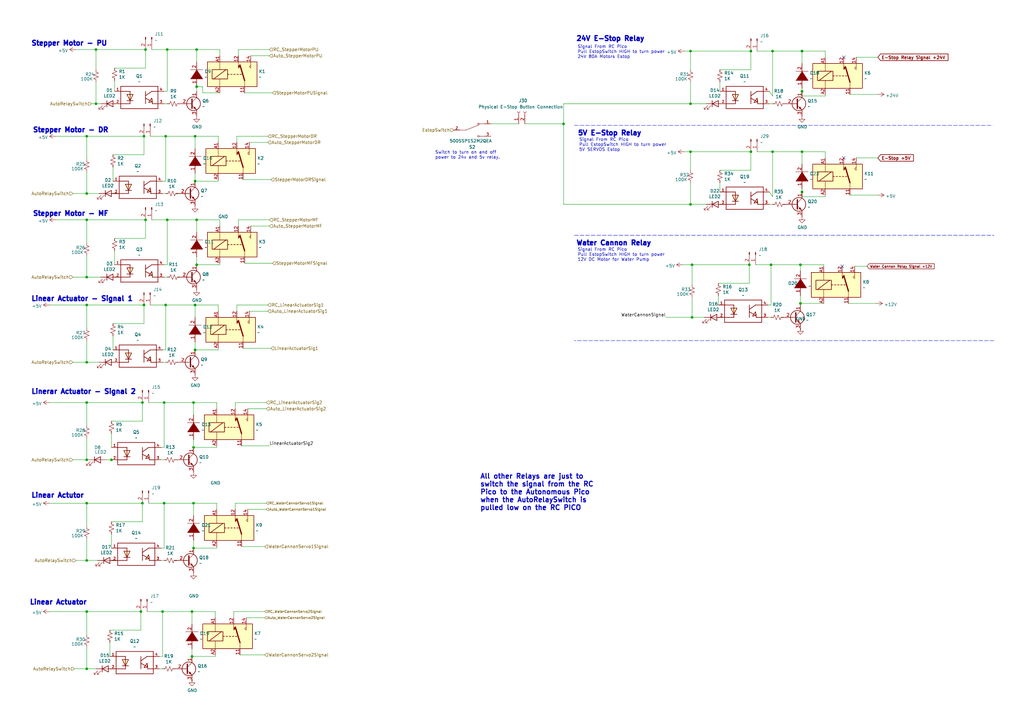
<source format=kicad_sch>
(kicad_sch (version 20211123) (generator eeschema)
  (paper "A3")
  (junction (at 66.675 250.825))
  (junction (at 78.74 269.24))
  (junction (at 79.375 224.79))
  (junction (at 328.295 124.46))
  (junction (at 35.56 229.87))
  (junction (at 328.93 20.955))
  (junction (at 59.69 90.17))
  (junction (at 67.945 125.095))
  (junction (at 35.56 148.59))
  (junction (at 80.645 20.32))
  (junction (at 35.56 55.88))
  (junction (at 67.945 55.88))
  (junction (at 68.58 20.32))
  (junction (at 59.055 125.095))
  (junction (at 80.01 74.295))
  (junction (at 59.69 20.32))
  (junction (at 316.865 62.23))
  (junction (at 283.845 130.175))
  (junction (at 35.56 113.665))
  (junction (at 79.375 165.1))
  (junction (at 307.975 20.955))
  (junction (at 328.93 62.23))
  (junction (at 79.375 206.375))
  (junction (at 58.42 206.375))
  (junction (at 80.01 55.88))
  (junction (at 283.21 83.82))
  (junction (at 67.31 165.1))
  (junction (at 307.34 108.585))
  (junction (at 35.56 188.595))
  (junction (at 57.785 250.825))
  (junction (at 328.93 78.74))
  (junction (at 328.93 37.465))
  (junction (at 316.865 20.955))
  (junction (at 283.845 108.585))
  (junction (at 35.56 165.1))
  (junction (at 68.58 90.17))
  (junction (at 80.645 90.17))
  (junction (at 79.375 183.515))
  (junction (at 231.14 50.8))
  (junction (at 39.37 42.545))
  (junction (at 35.56 206.375))
  (junction (at 80.645 35.56))
  (junction (at 39.37 20.32))
  (junction (at 80.01 143.51))
  (junction (at 45.72 188.595))
  (junction (at 283.21 62.23))
  (junction (at 80.01 125.095))
  (junction (at 35.56 79.375))
  (junction (at 328.295 108.585))
  (junction (at 59.055 55.88))
  (junction (at 35.56 250.825))
  (junction (at 35.56 274.32))
  (junction (at 316.23 108.585))
  (junction (at 80.645 108.585))
  (junction (at 307.975 62.23))
  (junction (at 67.31 206.375))
  (junction (at 35.56 125.095))
  (junction (at 283.21 42.545))
  (junction (at 35.56 90.17))
  (junction (at 283.21 20.955))
  (junction (at 78.74 250.825))
  (junction (at 58.42 165.1))
  (no_connect (at 346.075 64.77))
  (no_connect (at 346.075 23.495))
  (no_connect (at 345.44 109.22))
  (wire (pts (xy 338.455 38.735) (xy 338.455 39.37)))
  (wire (pts (xy 307.975 20.955) (xy 307.975 28.575)))
  (wire (pts (xy 79.375 206.375) (xy 79.375 211.455)))
  (wire (pts (xy 360.045 38.735) (xy 348.615 38.735)))
  (wire (pts (xy 110.49 182.88) (xy 99.06 182.88)))
  (wire (pts (xy 321.31 130.175) (xy 320.675 130.175)))
  (wire (pts (xy 283.21 33.655) (xy 283.21 42.545)))
  (wire (pts (xy 39.37 33.655) (xy 39.37 42.545)))
  (wire (pts (xy 359.41 124.46) (xy 347.98 124.46)))
  (wire (pts (xy 314.96 125.095) (xy 316.23 125.095)))
  (wire (pts (xy 89.535 73.66) (xy 89.535 74.295)))
  (wire (pts (xy 316.865 39.37) (xy 316.865 20.955)))
  (wire (pts (xy 35.56 250.825) (xy 57.785 250.825)))
  (wire (pts (xy 59.055 63.5) (xy 46.355 63.5)))
  (wire (pts (xy 88.9 165.1) (xy 79.375 165.1)))
  (wire (pts (xy 59.055 125.095) (xy 59.055 132.715)))
  (wire (pts (xy 80.645 90.17) (xy 80.645 95.25)))
  (wire (pts (xy 101.6 167.64) (xy 109.22 167.64)))
  (wire (pts (xy 316.865 80.645) (xy 316.865 62.23)))
  (wire (pts (xy 283.845 130.175) (xy 288.925 130.175)))
  (wire (pts (xy 80.01 74.295) (xy 80.01 71.12)))
  (wire (pts (xy 111.125 142.875) (xy 99.695 142.875)))
  (wire (pts (xy 294.64 121.285) (xy 294.64 125.095)))
  (wire (pts (xy 66.675 148.59) (xy 67.945 148.59)))
  (wire (pts (xy 283.845 121.92) (xy 283.845 130.175)))
  (wire (pts (xy 297.18 42.545) (xy 295.275 42.545)))
  (wire (pts (xy 338.455 80.645) (xy 328.93 80.645)))
  (wire (pts (xy 96.52 165.1) (xy 96.52 167.64)))
  (wire (pts (xy 79.375 224.79) (xy 79.375 221.615)))
  (wire (pts (xy 80.645 37.465) (xy 80.645 35.56)))
  (wire (pts (xy 35.56 250.825) (xy 35.56 260.35)))
  (wire (pts (xy 60.96 165.1) (xy 67.31 165.1)))
  (wire (pts (xy 80.645 20.32) (xy 80.645 25.4)))
  (wire (pts (xy 296.545 130.175) (xy 294.64 130.175)))
  (wire (pts (xy 328.295 134.62) (xy 328.295 135.255)))
  (wire (pts (xy 109.855 55.88) (xy 97.155 55.88)))
  (wire (pts (xy 351.155 23.495) (xy 360.045 23.495)))
  (wire (pts (xy 315.595 83.82) (xy 316.865 83.82)))
  (wire (pts (xy 307.975 69.85) (xy 295.275 69.85)))
  (wire (pts (xy 57.785 258.445) (xy 45.085 258.445)))
  (wire (pts (xy 35.56 113.665) (xy 41.275 113.665)))
  (wire (pts (xy 31.115 229.87) (xy 35.56 229.87)))
  (wire (pts (xy 89.535 74.295) (xy 80.01 74.295)))
  (wire (pts (xy 67.31 224.79) (xy 67.31 206.375)))
  (wire (pts (xy 88.9 224.155) (xy 88.9 224.79)))
  (wire (pts (xy 35.56 125.095) (xy 59.055 125.095)))
  (wire (pts (xy 338.455 20.955) (xy 328.93 20.955)))
  (wire (pts (xy 201.295 50.8) (xy 212.725 50.8)))
  (wire (pts (xy 22.86 55.88) (xy 35.56 55.88)))
  (wire (pts (xy 109.855 125.095) (xy 97.155 125.095)))
  (wire (pts (xy 22.86 90.17) (xy 35.56 90.17)))
  (wire (pts (xy 338.455 64.77) (xy 338.455 62.23)))
  (wire (pts (xy 65.405 269.24) (xy 66.675 269.24)))
  (polyline (pts (xy 235.585 51.435) (xy 407.035 51.435)))
  (wire (pts (xy 295.275 74.93) (xy 295.275 78.74)))
  (wire (pts (xy 328.93 37.465) (xy 328.93 36.195)))
  (wire (pts (xy 67.31 165.1) (xy 79.375 165.1)))
  (wire (pts (xy 46.355 68.58) (xy 46.355 74.295)))
  (wire (pts (xy 89.535 58.42) (xy 89.535 55.88)))
  (wire (pts (xy 35.56 148.59) (xy 40.64 148.59)))
  (wire (pts (xy 88.9 206.375) (xy 79.375 206.375)))
  (wire (pts (xy 88.9 167.64) (xy 88.9 165.1)))
  (wire (pts (xy 59.055 132.715) (xy 46.355 132.715)))
  (wire (pts (xy 68.58 20.32) (xy 80.645 20.32)))
  (wire (pts (xy 29.845 148.59) (xy 35.56 148.59)))
  (wire (pts (xy 315.595 37.465) (xy 316.865 39.37)))
  (wire (pts (xy 35.56 90.17) (xy 35.56 99.695)))
  (wire (pts (xy 79.375 165.1) (xy 79.375 170.18)))
  (wire (pts (xy 35.56 229.87) (xy 40.005 229.87)))
  (wire (pts (xy 66.675 74.295) (xy 67.945 74.295)))
  (wire (pts (xy 29.845 113.665) (xy 35.56 113.665)))
  (wire (pts (xy 35.56 165.1) (xy 58.42 165.1)))
  (wire (pts (xy 110.49 20.32) (xy 97.79 20.32)))
  (wire (pts (xy 80.645 108.585) (xy 80.645 105.41)))
  (wire (pts (xy 35.56 79.375) (xy 40.64 79.375)))
  (wire (pts (xy 73.66 42.545) (xy 73.025 42.545)))
  (wire (pts (xy 89.535 142.875) (xy 89.535 143.51)))
  (wire (pts (xy 316.865 62.23) (xy 328.93 62.23)))
  (wire (pts (xy 307.975 62.23) (xy 307.975 69.85)))
  (wire (pts (xy 89.535 125.095) (xy 80.01 125.095)))
  (wire (pts (xy 328.93 78.74) (xy 328.93 77.47)))
  (wire (pts (xy 97.79 90.17) (xy 97.79 92.71)))
  (wire (pts (xy 97.79 20.32) (xy 97.79 22.86)))
  (wire (pts (xy 338.455 62.23) (xy 328.93 62.23)))
  (wire (pts (xy 73.025 79.375) (xy 72.39 79.375)))
  (wire (pts (xy 78.74 269.24) (xy 78.74 266.065)))
  (wire (pts (xy 321.945 83.82) (xy 321.31 83.82)))
  (wire (pts (xy 111.125 73.66) (xy 99.695 73.66)))
  (wire (pts (xy 88.9 182.88) (xy 88.9 183.515)))
  (wire (pts (xy 280.67 20.955) (xy 283.21 20.955)))
  (wire (pts (xy 47.625 188.595) (xy 45.72 188.595)))
  (wire (pts (xy 316.865 20.955) (xy 328.93 20.955)))
  (wire (pts (xy 338.455 39.37) (xy 328.93 39.37)))
  (wire (pts (xy 67.31 206.375) (xy 79.375 206.375)))
  (wire (pts (xy 97.155 125.095) (xy 97.155 127.635)))
  (wire (pts (xy 39.37 42.545) (xy 41.275 42.545)))
  (wire (pts (xy 88.265 268.605) (xy 88.265 269.24)))
  (wire (pts (xy 35.56 206.375) (xy 35.56 215.9)))
  (wire (pts (xy 68.58 90.17) (xy 80.645 90.17)))
  (wire (pts (xy 45.72 219.075) (xy 45.72 224.79)))
  (wire (pts (xy 58.42 213.995) (xy 45.72 213.995)))
  (wire (pts (xy 35.56 139.7) (xy 35.56 148.59)))
  (wire (pts (xy 83.185 38.1) (xy 83.185 35.56)))
  (wire (pts (xy 60.96 206.375) (xy 67.31 206.375)))
  (wire (pts (xy 59.69 20.32) (xy 59.69 27.94)))
  (wire (pts (xy 67.31 108.585) (xy 68.58 108.585)))
  (wire (pts (xy 73.66 113.665) (xy 73.025 113.665)))
  (wire (pts (xy 328.295 124.46) (xy 328.295 125.095)))
  (wire (pts (xy 35.56 70.485) (xy 35.56 79.375)))
  (wire (pts (xy 307.34 108.585) (xy 307.34 116.205)))
  (wire (pts (xy 35.56 265.43) (xy 35.56 274.32)))
  (wire (pts (xy 67.31 37.465) (xy 68.58 37.465)))
  (wire (pts (xy 95.885 250.825) (xy 95.885 253.365)))
  (wire (pts (xy 88.265 250.825) (xy 78.74 250.825)))
  (wire (pts (xy 328.93 62.23) (xy 328.93 67.31)))
  (wire (pts (xy 61.595 125.095) (xy 67.945 125.095)))
  (wire (pts (xy 96.52 206.375) (xy 96.52 208.915)))
  (wire (pts (xy 88.9 183.515) (xy 79.375 183.515)))
  (wire (pts (xy 280.035 108.585) (xy 283.845 108.585)))
  (wire (pts (xy 72.39 229.87) (xy 71.755 229.87)))
  (wire (pts (xy 283.21 20.955) (xy 283.21 28.575)))
  (wire (pts (xy 89.535 55.88) (xy 80.01 55.88)))
  (wire (pts (xy 58.42 165.1) (xy 58.42 172.72)))
  (wire (pts (xy 66.675 143.51) (xy 67.945 143.51)))
  (wire (pts (xy 89.535 143.51) (xy 80.01 143.51)))
  (wire (pts (xy 48.895 113.665) (xy 46.99 113.665)))
  (wire (pts (xy 283.21 42.545) (xy 289.56 42.545)))
  (wire (pts (xy 35.56 188.595) (xy 36.195 188.595)))
  (wire (pts (xy 273.05 130.175) (xy 283.845 130.175)))
  (wire (pts (xy 102.87 92.71) (xy 110.49 92.71)))
  (wire (pts (xy 31.115 20.32) (xy 39.37 20.32)))
  (wire (pts (xy 307.975 28.575) (xy 295.275 28.575)))
  (wire (pts (xy 111.76 38.1) (xy 100.33 38.1)))
  (wire (pts (xy 108.585 268.605) (xy 98.425 268.605)))
  (wire (pts (xy 71.755 274.32) (xy 71.12 274.32)))
  (wire (pts (xy 20.32 165.1) (xy 35.56 165.1)))
  (wire (pts (xy 328.295 108.585) (xy 328.295 111.125)))
  (wire (pts (xy 20.32 125.095) (xy 35.56 125.095)))
  (wire (pts (xy 351.155 64.77) (xy 360.045 64.77)))
  (wire (pts (xy 35.56 104.775) (xy 35.56 113.665)))
  (wire (pts (xy 29.845 79.375) (xy 35.56 79.375)))
  (wire (pts (xy 48.26 148.59) (xy 46.355 148.59)))
  (wire (pts (xy 66.04 224.79) (xy 67.31 224.79)))
  (wire (pts (xy 66.675 269.24) (xy 66.675 250.825)))
  (wire (pts (xy 79.375 183.515) (xy 79.375 180.34)))
  (wire (pts (xy 280.67 62.23) (xy 283.21 62.23)))
  (wire (pts (xy 328.295 121.285) (xy 328.295 124.46)))
  (wire (pts (xy 328.295 124.46) (xy 337.82 124.46)))
  (wire (pts (xy 90.17 92.71) (xy 90.17 90.17)))
  (wire (pts (xy 283.21 62.23) (xy 307.975 62.23)))
  (wire (pts (xy 310.515 62.23) (xy 316.865 62.23)))
  (wire (pts (xy 328.93 37.465) (xy 328.93 39.37)))
  (wire (pts (xy 66.04 188.595) (xy 67.31 188.595)))
  (wire (pts (xy 315.595 42.545) (xy 316.865 42.545)))
  (wire (pts (xy 283.21 20.955) (xy 307.975 20.955)))
  (wire (pts (xy 88.265 269.24) (xy 78.74 269.24)))
  (wire (pts (xy 109.22 165.1) (xy 96.52 165.1)))
  (wire (pts (xy 337.82 109.22) (xy 337.82 108.585)))
  (wire (pts (xy 48.26 79.375) (xy 46.355 79.375)))
  (wire (pts (xy 83.185 35.56) (xy 80.645 35.56)))
  (wire (pts (xy 328.93 20.955) (xy 328.93 26.035)))
  (wire (pts (xy 110.49 90.17) (xy 97.79 90.17)))
  (wire (pts (xy 46.99 102.87) (xy 46.99 108.585)))
  (wire (pts (xy 90.17 22.86) (xy 90.17 20.32)))
  (wire (pts (xy 80.01 55.88) (xy 80.01 60.96)))
  (wire (pts (xy 47.625 229.87) (xy 45.72 229.87)))
  (wire (pts (xy 48.895 42.545) (xy 46.99 42.545)))
  (wire (pts (xy 59.69 90.17) (xy 59.69 97.79)))
  (wire (pts (xy 100.965 253.365) (xy 108.585 253.365)))
  (wire (pts (xy 29.845 188.595) (xy 35.56 188.595)))
  (wire (pts (xy 68.58 37.465) (xy 68.58 20.32)))
  (wire (pts (xy 297.18 83.82) (xy 295.275 83.82)))
  (wire (pts (xy 65.405 274.32) (xy 66.675 274.32)))
  (wire (pts (xy 111.76 107.95) (xy 100.33 107.95)))
  (wire (pts (xy 67.31 183.515) (xy 67.31 165.1)))
  (wire (pts (xy 309.88 108.585) (xy 316.23 108.585)))
  (wire (pts (xy 283.845 108.585) (xy 283.845 116.84)))
  (wire (pts (xy 80.01 143.51) (xy 80.01 140.335)))
  (wire (pts (xy 80.01 125.095) (xy 80.01 130.175)))
  (wire (pts (xy 20.32 206.375) (xy 35.56 206.375)))
  (wire (pts (xy 67.31 42.545) (xy 68.58 42.545)))
  (wire (pts (xy 102.235 58.42) (xy 109.855 58.42)))
  (wire (pts (xy 108.585 250.825) (xy 95.885 250.825)))
  (wire (pts (xy 88.265 253.365) (xy 88.265 250.825)))
  (wire (pts (xy 231.14 42.545) (xy 283.21 42.545)))
  (wire (pts (xy 60.325 250.825) (xy 66.675 250.825)))
  (polyline (pts (xy 407.67 139.7) (xy 235.585 139.7)))
  (wire (pts (xy 59.69 27.94) (xy 46.99 27.94)))
  (wire (pts (xy 66.04 229.87) (xy 67.31 229.87)))
  (wire (pts (xy 66.04 183.515) (xy 67.31 183.515)))
  (wire (pts (xy 231.14 42.545) (xy 231.14 50.8)))
  (wire (pts (xy 97.155 55.88) (xy 97.155 58.42)))
  (wire (pts (xy 90.17 20.32) (xy 80.645 20.32)))
  (wire (pts (xy 39.37 20.32) (xy 59.69 20.32)))
  (wire (pts (xy 88.9 208.915) (xy 88.9 206.375)))
  (wire (pts (xy 295.275 33.655) (xy 295.275 37.465)))
  (wire (pts (xy 315.595 78.74) (xy 316.865 80.645)))
  (wire (pts (xy 283.21 74.93) (xy 283.21 83.82)))
  (wire (pts (xy 20.32 250.825) (xy 35.56 250.825)))
  (wire (pts (xy 67.945 125.095) (xy 80.01 125.095)))
  (wire (pts (xy 35.56 55.88) (xy 59.055 55.88)))
  (wire (pts (xy 66.675 79.375) (xy 67.945 79.375)))
  (wire (pts (xy 67.945 143.51) (xy 67.945 125.095)))
  (wire (pts (xy 314.96 130.175) (xy 316.23 130.175)))
  (wire (pts (xy 108.585 224.155) (xy 99.06 224.155)))
  (wire (pts (xy 89.535 127.635) (xy 89.535 125.095)))
  (wire (pts (xy 90.17 107.95) (xy 90.17 108.585)))
  (wire (pts (xy 90.17 90.17) (xy 80.645 90.17)))
  (wire (pts (xy 350.52 109.22) (xy 355.6 109.22)))
  (wire (pts (xy 35.56 90.17) (xy 59.69 90.17)))
  (wire (pts (xy 316.23 125.095) (xy 316.23 108.585)))
  (wire (pts (xy 35.56 125.095) (xy 35.56 134.62)))
  (wire (pts (xy 360.045 80.01) (xy 348.615 80.01)))
  (wire (pts (xy 46.99 274.32) (xy 45.085 274.32)))
  (wire (pts (xy 337.82 108.585) (xy 328.295 108.585)))
  (wire (pts (xy 45.72 177.8) (xy 45.72 183.515)))
  (wire (pts (xy 80.645 34.29) (xy 80.645 35.56)))
  (wire (pts (xy 67.945 55.88) (xy 80.01 55.88)))
  (wire (pts (xy 90.17 38.1) (xy 83.185 38.1)))
  (wire (pts (xy 283.845 108.585) (xy 307.34 108.585)))
  (wire (pts (xy 283.21 83.82) (xy 231.14 83.82)))
  (wire (pts (xy 101.6 208.915) (xy 109.22 208.915)))
  (wire (pts (xy 78.74 250.825) (xy 78.74 255.905)))
  (wire (pts (xy 37.465 42.545) (xy 39.37 42.545)))
  (wire (pts (xy 57.785 250.825) (xy 57.785 258.445)))
  (wire (pts (xy 283.21 83.82) (xy 289.56 83.82)))
  (wire (pts (xy 35.56 220.98) (xy 35.56 229.87)))
  (wire (pts (xy 67.31 113.665) (xy 68.58 113.665)))
  (wire (pts (xy 328.93 78.74) (xy 328.93 80.645)))
  (wire (pts (xy 316.23 108.585) (xy 328.295 108.585)))
  (wire (pts (xy 35.56 55.88) (xy 35.56 65.405)))
  (wire (pts (xy 39.37 20.32) (xy 39.37 28.575)))
  (wire (pts (xy 102.235 127.635) (xy 109.855 127.635)))
  (wire (pts (xy 66.675 250.825) (xy 78.74 250.825)))
  (wire (pts (xy 58.42 172.72) (xy 45.72 172.72)))
  (wire (pts (xy 68.58 108.585) (xy 68.58 90.17)))
  (wire (pts (xy 73.025 148.59) (xy 72.39 148.59)))
  (wire (pts (xy 46.99 33.02) (xy 46.99 37.465)))
  (wire (pts (xy 307.34 116.205) (xy 294.64 116.205)))
  (wire (pts (xy 35.56 274.32) (xy 39.37 274.32)))
  (wire (pts (xy 35.56 179.705) (xy 35.56 188.595)))
  (wire (pts (xy 78.74 278.765) (xy 78.74 279.4)))
  (wire (pts (xy 338.455 80.01) (xy 338.455 80.645)))
  (wire (pts (xy 72.39 188.595) (xy 71.755 188.595)))
  (wire (pts (xy 338.455 23.495) (xy 338.455 20.955)))
  (wire (pts (xy 215.265 50.8) (xy 231.14 50.8)))
  (wire (pts (xy 231.14 50.8) (xy 231.14 83.82)))
  (wire (pts (xy 59.055 55.88) (xy 59.055 63.5)))
  (wire (pts (xy 45.72 188.595) (xy 43.815 188.595)))
  (wire (pts (xy 58.42 206.375) (xy 58.42 213.995)))
  (polyline (pts (xy 235.585 96.52) (xy 407.67 96.52)))
  (wire (pts (xy 45.085 263.525) (xy 45.085 269.24)))
  (wire (pts (xy 62.23 90.17) (xy 68.58 90.17)))
  (wire (pts (xy 46.355 137.795) (xy 46.355 143.51)))
  (wire (pts (xy 62.23 20.32) (xy 68.58 20.32)))
  (wire (pts (xy 109.22 206.375) (xy 96.52 206.375)))
  (wire (pts (xy 67.945 74.295) (xy 67.945 55.88)))
  (wire (pts (xy 310.515 20.955) (xy 316.865 20.955)))
  (wire (pts (xy 30.48 274.32) (xy 35.56 274.32)))
  (wire (pts (xy 283.21 62.23) (xy 283.21 69.85)))
  (wire (pts (xy 61.595 55.88) (xy 67.945 55.88)))
  (wire (pts (xy 35.56 165.1) (xy 35.56 174.625)))
  (wire (pts (xy 88.9 224.79) (xy 79.375 224.79)))
  (wire (pts (xy 59.69 97.79) (xy 46.99 97.79)))
  (wire (pts (xy 321.945 42.545) (xy 321.31 42.545)))
  (wire (pts (xy 90.17 108.585) (xy 80.645 108.585)))
  (wire (pts (xy 102.87 22.86) (xy 110.49 22.86)))
  (wire (pts (xy 35.56 206.375) (xy 58.42 206.375)))
  (text "5V E-Stop Relay" (at 236.855 55.88 0) (effects (font (size 2 2) (thickness 0.5994) bold) (justify left bottom)))
  (text "All other Relays are just to \nswitch the signal from the RC \nPico to the Autonomous Pico \nwhen the AutoRelaySwitch is \npulled low on the RC PICO" (at 196.85 209.55 0) (effects (font (size 2 2) (thickness 0.4) bold) (justify left bottom)))
  (text "Stepper Motor - PU" (at 12.7 19.05 0) (effects (font (size 2 2) (thickness 0.5994) bold) (justify left bottom)))
  (text "Switch to turn on and off \npower to 24v and 5v relay." (at 178.435 65.405 0) (effects (font (size 1.27 1.27)) (justify left bottom)))
  (text "Linear Actutor" (at 12.7 204.47 0) (effects (font (size 2 2) (thickness 0.5994) bold) (justify left bottom)))
  (text "Linear Actuator" (at 12.065 248.285 0) (effects (font (size 2 2) (thickness 0.5994) bold) (justify left bottom)))
  (text "Stepper Motor - MF" (at 13.335 88.9 0) (effects (font (size 2 2) (thickness 0.5994) bold) (justify left bottom)))
  (text "Signal From RC Pico \nPull EstopSwitch HIGH to turn power\n5V SERVOS Estop" (at 237.49 62.23 0) (effects (font (size 1.27 1.27)) (justify left bottom)))
  (text "24V E-Stop Relay" (at 236.22 17.145 0) (effects (font (size 2 2) (thickness 0.5994) bold) (justify left bottom)))
  (text "Stepper Motor - DR" (at 13.335 54.61 0) (effects (font (size 2 2) (thickness 0.5994) bold) (justify left bottom)))
  (text "Water Cannon Relay" (at 236.22 100.965 0) (effects (font (size 2 2) (thickness 0.5994) bold) (justify left bottom)))
  (text "Linear Actuator - Signal 1" (at 12.7 123.825 0) (effects (font (size 2 2) (thickness 0.5994) bold) (justify left bottom)))
  (text "Linerar Actuator - Signal 2" (at 12.7 161.925 0) (effects (font (size 2 2) (thickness 0.5994) bold) (justify left bottom)))
  (text "Signal From RC Pico \nPull EstopSwitch HIGH to turn power\n24V 80A Motors Estop" (at 236.855 24.13 0) (effects (font (size 1.27 1.27)) (justify left bottom)))
  (text "Signal From RC Pico \nPull EstopSwitch HIGH to turn power\n12V DC Motor for Water Pump" (at 236.855 107.315 0) (effects (font (size 1.27 1.27)) (justify left bottom)))
  (label "WaterCannonSignal" (at 273.05 130.175 180))
  (label "LinearActuatorSig2" (at 110.49 182.88 0))
  (global_label "E-Stop Relay Signal +24V" (shape input) (at 360.045 23.495 0) (effects (font bold)) (property "Intersheet References" "${INTERSHEET_REFS}" (effects hide)))
  (global_label "E-Stop +5V" (shape input) (at 360.045 64.77 0) (effects (font bold)) (property "Intersheet References" "${INTERSHEET_REFS}" (effects hide)))
  (global_label "Water Cannon Relay Signal +12V" (shape input) (at 355.6 109.22 0) (effects (font (size 1 1) bold)) (property "Intersheet References" "${INTERSHEET_REFS}" (effects hide)))
  (hierarchical_label "Auto_StepperMotorPU" (shape input) (at 110.49 22.86 0))
  (hierarchical_label "RC_StepperMotorPU" (shape input) (at 110.49 20.32 0))
  (hierarchical_label "AutoRelaySwitch" (shape input) (at 29.845 79.375 180))
  (hierarchical_label "AutoRelaySwitch" (shape input) (at 29.845 113.665 180))
  (hierarchical_label "AutoRelaySwitch" (shape input) (at 29.845 148.59 180))
  (hierarchical_label "AutoRelaySwitch" (shape input) (at 29.845 188.595 180))
  (hierarchical_label "RC_LinearActuatorSig1" (shape input) (at 109.855 125.095 0))
  (hierarchical_label "Auto_StepperMotorDR" (shape input) (at 109.855 58.42 0))
  (hierarchical_label "RC_LinearActuatorSig2" (shape input) (at 109.22 165.1 0))
  (hierarchical_label "Auto_WaterCannonServo2Signal" (shape input) (at 108.585 253.365 0) (effects (font (size 1 1))))
  (hierarchical_label "RC_StepperMotorDR" (shape input) (at 109.855 55.88 0))
  (hierarchical_label "RC_WaterCannonServo1Signal" (shape input) (at 109.22 206.375 0) (effects (font (size 1 1))))
  (hierarchical_label "LinearActuatorSig1" (shape input) (at 111.125 142.875 0))
  (hierarchical_label "AutoRelaySwitch" (shape input) (at 31.115 229.87 180))
  (hierarchical_label "Auto_LinearActuatorSig2" (shape input) (at 109.22 167.64 0))
  (hierarchical_label "StepperMotorMFSignal" (shape input) (at 111.76 107.95 0))
  (hierarchical_label "RC_StepperMotorMF" (shape input) (at 110.49 90.17 0))
  (hierarchical_label "Auto_LinearActuatorSig1" (shape input) (at 109.855 127.635 0))
  (hierarchical_label "Auto_StepperMotorMF" (shape input) (at 110.49 92.71 0))
  (hierarchical_label "EstopSwitch" (shape input) (at 186.055 53.34 180))
  (hierarchical_label "RC_WaterCannonServo2Signal" (shape input) (at 108.585 250.825 0) (effects (font (size 1 1))))
  (hierarchical_label "AutoRelaySwitch" (shape input) (at 37.465 42.545 180))
  (hierarchical_label "Auto_WaterCannonServo1Signal" (shape input) (at 109.22 208.915 0) (effects (font (size 1 1))))
  (hierarchical_label "AutoRelaySwitch" (shape input) (at 30.48 274.32 180))
  (hierarchical_label "StepperMotorDRSignal" (shape input) (at 111.125 73.66 0))
  (hierarchical_label "StepperMotorPUSignal" (shape input) (at 111.76 38.1 0))
  (hierarchical_label "WaterCannonServo2Signal" (shape input) (at 108.585 268.605 0))
  (hierarchical_label "WaterCannonServo1Signal" (shape input) (at 108.585 224.155 0))
  (symbol (lib_id "Device:R_Small_US") (at 45.72 216.535 0) (unit 1)
    (property "Reference" "R17" (at 47.4472 215.3666 0) (effects (justify left)))
    (property "Value" "1K" (at 47.4472 217.678 0) (effects (justify left)))
    (property "Footprint" "Resistor_SMD:R_0805_2012Metric_Pad1.20x1.40mm_HandSolder" (effects hide))
  )
  (symbol (lib_id "power:+5V") (at 280.035 108.585 90) (unit 1)
    (property "Reference" "#PWR0145" (effects hide))
    (property "Value" "+5V" (at 276.8601 109.0188 90) (effects (justify left)))
  )
  (symbol (lib_id "Connector:Conn_01x02_Male") (at 62.23 85.09 270) (unit 1)
    (property "Reference" "J13" (at 63.5 83.82 90) (effects (justify left)))
    (property "Value" "~" (at 63.5 86.36 90) (effects (justify left)))
    (property "Footprint" "Connector_PinHeader_2.54mm:PinHeader_1x02_P2.54mm_Vertical" (effects hide))
  )
  (symbol (lib_id "Device:R_Small_US") (at 295.275 31.115 0) (unit 1)
    (property "Reference" "R14" (at 297.0022 29.9466 0) (effects (justify left)))
    (property "Value" "1K" (at 297.0022 32.258 0) (effects (justify left)))
    (property "Footprint" "Resistor_SMD:R_0805_2012Metric_Pad1.20x1.40mm_HandSolder" (effects hide))
  )
  (symbol (lib_id "power:+5V") (at 280.67 62.23 90) (unit 1)
    (property "Reference" "#PWR0198" (effects hide))
    (property "Value" "+5V" (at 277.4951 62.6638 90) (effects (justify left)))
  )
  (symbol (lib_id "Device:R_Small_US") (at 294.64 118.745 0) (unit 1)
    (property "Reference" "R16" (at 296.3672 117.5766 0) (effects (justify left)))
    (property "Value" "1K" (at 296.3672 119.888 0) (effects (justify left)))
    (property "Footprint" "Resistor_SMD:R_0805_2012Metric_Pad1.20x1.40mm_HandSolder" (effects hide))
  )
  (symbol (lib_id "PC817A:PC817A") (at 304.8 127.635 0) (unit 1)
    (property "Reference" "Q13" (at 304.8 118.8212 0))
    (property "Value" "~" (at 304.8 121.1326 0))
    (property "Footprint" "dylan:DIP762W50P254L650H458Q4B" (effects hide))
    (property "MP" "PC817A" (effects hide))
    (property "Description" "Photo-Coupler Photo-Coupler" (effects hide))
    (property "Price" "None" (effects hide))
    (property "Package" "None" (effects hide))
    (property "Availability" "Unavailable" (effects hide))
    (property "MF" "Sharp Microelectronics" (effects hide))
  )
  (symbol (lib_id "Device:R_Small_US") (at 46.355 135.255 0) (unit 1)
    (property "Reference" "R4" (at 48.0822 134.0866 0) (effects (justify left)))
    (property "Value" "1K" (at 48.0822 136.398 0) (effects (justify left)))
    (property "Footprint" "Resistor_SMD:R_0805_2012Metric_Pad1.20x1.40mm_HandSolder" (effects hide))
  )
  (symbol (lib_id "Transistor_BJT:BC547") (at 326.39 83.82 0) (unit 1)
    (property "Reference" "Q20" (at 331.216 82.6516 0) (effects (justify left)))
    (property "Value" "~" (at 331.216 84.963 0) (effects (justify left)))
    (property "Footprint" "Package_TO_SOT_THT:TO-92_Inline" (effects hide))
    (property "Datasheet" "https://www.onsemi.com/pub/Collateral/BC550-D.pdf" (effects hide))
  )
  (symbol (lib_id "power:GND") (at 328.93 88.9 0) (unit 1)
    (property "Reference" "#PWR0199" (effects hide))
    (property "Value" "~" (at 329.057 93.2942 0))
  )
  (symbol (lib_id "Device:R_Small_US") (at 319.405 83.82 270) (unit 1)
    (property "Reference" "R35" (at 319.405 78.613 90))
    (property "Value" "1K" (at 319.405 80.9244 90))
    (property "Footprint" "Resistor_SMD:R_0805_2012Metric_Pad1.20x1.40mm_HandSolder" (effects hide))
  )
  (symbol (lib_id "Connector:Conn_01x02_Male") (at 60.96 160.02 270) (unit 1)
    (property "Reference" "J15" (at 62.23 158.75 90) (effects (justify left)))
    (property "Value" "~" (at 62.23 161.29 90) (effects (justify left)))
    (property "Footprint" "Connector_PinHeader_2.54mm:PinHeader_1x02_P2.54mm_Vertical" (effects hide))
  )
  (symbol (lib_id "Connector:Conn_01x02_Male") (at 310.515 57.15 270) (unit 1)
    (property "Reference" "J29" (at 311.785 55.88 90) (effects (justify left)))
    (property "Value" "~" (at 311.785 58.42 90) (effects (justify left)))
    (property "Footprint" "Connector_PinHeader_2.54mm:PinHeader_1x02_P2.54mm_Vertical" (effects hide))
  )
  (symbol (lib_id "power:GND") (at 78.74 278.765 0) (unit 1)
    (property "Reference" "#PWR0144" (effects hide))
    (property "Value" "~" (at 78.867 283.1592 0))
  )
  (symbol (lib_id "Device:R_Small_US") (at 46.99 30.48 0) (unit 1)
    (property "Reference" "R1" (at 48.7172 29.3116 0) (effects (justify left)))
    (property "Value" "1K" (at 48.7172 31.623 0) (effects (justify left)))
    (property "Footprint" "Resistor_SMD:R_0805_2012Metric_Pad1.20x1.40mm_HandSolder" (effects hide))
  )
  (symbol (lib_id "PC817A:PC817A") (at 305.435 81.28 0) (unit 1)
    (property "Reference" "Q19" (at 305.435 72.4662 0))
    (property "Value" "~" (at 305.435 74.7776 0))
    (property "Footprint" "dylan:DIP762W50P254L650H458Q4B" (effects hide))
    (property "MP" "PC817A" (effects hide))
    (property "Description" "Photo-Coupler Photo-Coupler" (effects hide))
    (property "Price" "None" (effects hide))
    (property "Package" "None" (effects hide))
    (property "Availability" "Unavailable" (effects hide))
    (property "MF" "Sharp Microelectronics" (effects hide))
  )
  (symbol (lib_id "pspice:DIODE") (at 80.01 66.04 90) (unit 1)
    (property "Reference" "D10" (at 83.2612 64.8716 90) (effects (justify right)))
    (property "Value" "~" (at 83.2612 67.183 90) (effects (justify right)))
    (property "Footprint" "Diode_SMD:D_1210_3225Metric_Pad1.42x2.65mm_HandSolder" (effects hide))
  )
  (symbol (lib_id "power:GND") (at 80.645 118.745 0) (unit 1)
    (property "Reference" "#PWR0137" (effects hide))
    (property "Value" "~" (at 80.772 123.1392 0))
  )
  (symbol (lib_id "pspice:DIODE") (at 328.93 31.115 90) (unit 1)
    (property "Reference" "D18" (at 332.1812 29.9466 90) (effects (justify right)))
    (property "Value" "~" (at 332.1812 32.258 90) (effects (justify right)))
    (property "Footprint" "Diode_SMD:D_1210_3225Metric_Pad1.42x2.65mm_HandSolder" (effects hide))
  )
  (symbol (lib_id "Connector:Conn_01x02_Male") (at 60.325 245.745 270) (unit 1)
    (property "Reference" "J17" (at 61.595 244.475 90) (effects (justify left)))
    (property "Value" "~" (at 61.595 247.015 90) (effects (justify left)))
    (property "Footprint" "Connector_PinHeader_2.54mm:PinHeader_1x02_P2.54mm_Vertical" (effects hide))
  )
  (symbol (lib_id "Device:R_Small_US") (at 71.12 113.665 270) (unit 1)
    (property "Reference" "R11" (at 71.12 108.458 90))
    (property "Value" "1K" (at 71.12 110.7694 90))
    (property "Footprint" "Resistor_SMD:R_0805_2012Metric_Pad1.20x1.40mm_HandSolder" (effects hide))
  )
  (symbol (lib_id "Device:LED") (at 43.815 229.87 0) (unit 1)
    (property "Reference" "D17" (at 43.6372 224.3582 0))
    (property "Value" "LED2" (at 43.6372 226.6696 0))
    (property "Footprint" "LED_SMD:LED_0402_1005Metric_Pad0.77x0.64mm_HandSolder" (effects hide))
  )
  (symbol (lib_id "Transistor_BJT:BC547") (at 76.835 229.87 0) (unit 1)
    (property "Reference" "Q18" (at 81.661 228.7016 0) (effects (justify left)))
    (property "Value" "~" (at 81.661 231.013 0) (effects (justify left)))
    (property "Footprint" "Package_TO_SOT_THT:TO-92_Inline" (effects hide))
    (property "Datasheet" "https://www.onsemi.com/pub/Collateral/BC550-D.pdf" (effects hide))
  )
  (symbol (lib_id "Relay:FINDER-40.11") (at 93.98 175.26 0) (unit 1)
    (property "Reference" "K5" (at 104.902 174.0916 0) (effects (justify left)))
    (property "Value" "~" (at 104.902 176.403 0) (effects (justify left)))
    (property "Footprint" "Relay_THT:Relay_SPDT_Finder_36.11" (effects hide))
    (property "Datasheet" "https://www.finder-relais.net/de/finder-relais-serie-40.pdf" (effects hide))
  )
  (symbol (lib_id "Relay:FINDER-40.11") (at 93.98 216.535 0) (unit 1)
    (property "Reference" "K9" (at 104.902 215.3666 0) (effects (justify left)))
    (property "Value" "~" (at 104.902 217.678 0) (effects (justify left)))
    (property "Footprint" "Relay_THT:Relay_SPDT_Finder_36.11" (effects hide))
    (property "Datasheet" "https://www.finder-relais.net/de/finder-relais-serie-40.pdf" (effects hide))
  )
  (symbol (lib_id "PC817A:PC817A") (at 55.88 227.33 0) (unit 1)
    (property "Reference" "Q14" (at 55.88 218.5162 0))
    (property "Value" "~" (at 55.88 220.8276 0))
    (property "Footprint" "dylan:DIP762W50P254L650H458Q4B" (effects hide))
    (property "MP" "PC817A" (effects hide))
    (property "Description" "Photo-Coupler Photo-Coupler" (effects hide))
    (property "Price" "None" (effects hide))
    (property "Package" "None" (effects hide))
    (property "Availability" "Unavailable" (effects hide))
    (property "MF" "Sharp Microelectronics" (effects hide))
  )
  (symbol (lib_id "Device:R_Small_US") (at 35.56 137.16 0) (unit 1)
    (property "Reference" "R27" (at 31.115 136.525 0) (effects (justify left)))
    (property "Value" "100K" (at 29.21 138.43 0) (effects (justify left)))
    (property "Footprint" "Resistor_SMD:R_0805_2012Metric_Pad1.20x1.40mm_HandSolder" (effects hide))
  )
  (symbol (lib_id "power:+5V") (at 20.32 125.095 90) (unit 1)
    (property "Reference" "#PWR0140" (effects hide))
    (property "Value" "+5V" (at 17.1451 125.5288 90) (effects (justify left)))
  )
  (symbol (lib_id "pspice:DIODE") (at 80.645 100.33 90) (unit 1)
    (property "Reference" "D11" (at 83.8962 99.1616 90) (effects (justify right)))
    (property "Value" "~" (at 83.8962 101.473 90) (effects (justify right)))
    (property "Footprint" "Diode_SMD:D_1210_3225Metric_Pad1.42x2.65mm_HandSolder" (effects hide))
  )
  (symbol (lib_id "Connector:Conn_01x02_Male") (at 62.23 15.24 270) (unit 1)
    (property "Reference" "J11" (at 63.5 13.97 90) (effects (justify left)))
    (property "Value" "~" (at 63.5 16.51 90) (effects (justify left)))
    (property "Footprint" "Connector_PinHeader_2.54mm:PinHeader_1x02_P2.54mm_Vertical" (effects hide))
  )
  (symbol (lib_id "power:+24V") (at 360.045 38.735 270) (unit 1)
    (property "Reference" "#PWR0152" (effects hide))
    (property "Value" "+24V" (at 363.22 39.1688 90) (effects (justify left)))
  )
  (symbol (lib_id "Device:R_Small_US") (at 71.12 42.545 270) (unit 1)
    (property "Reference" "R9" (at 71.12 37.338 90))
    (property "Value" "1K" (at 71.12 39.6494 90))
    (property "Footprint" "Resistor_SMD:R_0805_2012Metric_Pad1.20x1.40mm_HandSolder" (effects hide))
  )
  (symbol (lib_id "Relay:FINDER-40.11") (at 94.615 135.255 0) (unit 1)
    (property "Reference" "K4" (at 105.537 134.0866 0) (effects (justify left)))
    (property "Value" "~" (at 105.537 136.398 0) (effects (justify left)))
    (property "Footprint" "Relay_THT:Relay_SPDT_Finder_36.11" (effects hide))
    (property "Datasheet" "https://www.finder-relais.net/de/finder-relais-serie-40.pdf" (effects hide))
  )
  (symbol (lib_id "pspice:DIODE") (at 79.375 175.26 90) (unit 1)
    (property "Reference" "D13" (at 82.6262 174.0916 90) (effects (justify right)))
    (property "Value" "~" (at 82.6262 176.403 90) (effects (justify right)))
    (property "Footprint" "Diode_SMD:D_1210_3225Metric_Pad1.42x2.65mm_HandSolder" (effects hide))
  )
  (symbol (lib_id "power:+5V") (at 20.32 165.1 90) (unit 1)
    (property "Reference" "#PWR0141" (effects hide))
    (property "Value" "+5V" (at 17.1451 165.5338 90) (effects (justify left)))
  )
  (symbol (lib_id "power:GND") (at 80.01 84.455 0) (unit 1)
    (property "Reference" "#PWR0135" (effects hide))
    (property "Value" "~" (at 91.567 88.8492 0))
  )
  (symbol (lib_id "PC817A:PC817A") (at 55.245 271.78 0) (unit 1)
    (property "Reference" "Q12" (at 55.245 262.9662 0))
    (property "Value" "~" (at 55.245 265.2776 0))
    (property "Footprint" "dylan:DIP762W50P254L650H458Q4B" (effects hide))
    (property "MP" "PC817A" (effects hide))
    (property "Description" "Photo-Coupler Photo-Coupler" (effects hide))
    (property "Price" "None" (effects hide))
    (property "Package" "None" (effects hide))
    (property "Availability" "Unavailable" (effects hide))
    (property "MF" "Sharp Microelectronics" (effects hide))
  )
  (symbol (lib_id "Transistor_BJT:BC547") (at 325.755 130.175 0) (unit 1)
    (property "Reference" "Q17" (at 330.581 129.0066 0) (effects (justify left)))
    (property "Value" "~" (at 330.581 131.318 0) (effects (justify left)))
    (property "Footprint" "Package_TO_SOT_THT:TO-92_Inline" (effects hide))
    (property "Datasheet" "https://www.onsemi.com/pub/Collateral/BC550-D.pdf" (effects hide))
  )
  (symbol (lib_id "Relay:FINDER-40.11") (at 343.535 72.39 0) (unit 1)
    (property "Reference" "K11" (at 354.457 71.2216 0) (effects (justify left)))
    (property "Value" "~" (at 354.457 73.533 0) (effects (justify left)))
    (property "Footprint" "Relay_THT:Relay_SPDT_Finder_36.11" (effects hide))
    (property "Datasheet" "https://www.finder-relais.net/de/finder-relais-serie-40.pdf" (effects hide))
  )
  (symbol (lib_id "Device:R_Small_US") (at 295.275 72.39 0) (unit 1)
    (property "Reference" "R34" (at 297.0022 71.2216 0) (effects (justify left)))
    (property "Value" "1K" (at 297.0022 73.533 0) (effects (justify left)))
    (property "Footprint" "Resistor_SMD:R_0805_2012Metric_Pad1.20x1.40mm_HandSolder" (effects hide))
  )
  (symbol (lib_id "Relay:FINDER-40.11") (at 342.9 116.84 0) (unit 1)
    (property "Reference" "K8" (at 353.822 115.6716 0) (effects (justify left)))
    (property "Value" "~" (at 353.822 117.983 0) (effects (justify left)))
    (property "Footprint" "Relay_THT:Relay_SPDT_Finder_36.11" (effects hide))
    (property "Datasheet" "https://www.finder-relais.net/de/finder-relais-serie-40.pdf" (effects hide))
  )
  (symbol (lib_id "Connector:Conn_01x02_Male") (at 309.88 103.505 270) (unit 1)
    (property "Reference" "J18" (at 311.15 102.235 90) (effects (justify left)))
    (property "Value" "~" (at 311.15 104.775 90) (effects (justify left)))
    (property "Footprint" "Connector_PinHeader_2.54mm:PinHeader_1x02_P2.54mm_Vertical" (effects hide))
  )
  (symbol (lib_id "PC817A:PC817A") (at 305.435 40.005 0) (unit 1)
    (property "Reference" "Q11" (at 305.435 31.1912 0))
    (property "Value" "~" (at 305.435 33.5026 0))
    (property "Footprint" "dylan:DIP762W50P254L650H458Q4B" (effects hide))
    (property "MP" "PC817A" (effects hide))
    (property "Description" "Photo-Coupler Photo-Coupler" (effects hide))
    (property "Price" "None" (effects hide))
    (property "Package" "None" (effects hide))
    (property "Availability" "Unavailable" (effects hide))
    (property "MF" "Sharp Microelectronics" (effects hide))
  )
  (symbol (lib_id "Device:LED") (at 44.45 79.375 0) (unit 1)
    (property "Reference" "D2" (at 44.2722 73.8632 0))
    (property "Value" "LED2" (at 44.2722 76.1746 0))
    (property "Footprint" "LED_SMD:LED_0402_1005Metric_Pad0.77x0.64mm_HandSolder" (effects hide))
  )
  (symbol (lib_id "Device:LED") (at 292.735 130.175 0) (unit 1)
    (property "Reference" "D16" (at 292.5572 124.6632 0))
    (property "Value" "LED2" (at 292.5572 126.9746 0))
    (property "Footprint" "LED_SMD:LED_0402_1005Metric_Pad0.77x0.64mm_HandSolder" (effects hide))
  )
  (symbol (lib_id "Connector:Conn_01x02_Male") (at 61.595 120.015 270) (unit 1)
    (property "Reference" "J14" (at 62.865 118.745 90) (effects (justify left)))
    (property "Value" "~" (at 62.865 121.285 90) (effects (justify left)))
    (property "Footprint" "Connector_PinHeader_2.54mm:PinHeader_1x02_P2.54mm_Vertical" (effects hide))
  )
  (symbol (lib_id "Transistor_BJT:BC547") (at 76.2 274.32 0) (unit 1)
    (property "Reference" "Q16" (at 81.026 273.1516 0) (effects (justify left)))
    (property "Value" "~" (at 81.026 275.463 0) (effects (justify left)))
    (property "Footprint" "Package_TO_SOT_THT:TO-92_Inline" (effects hide))
    (property "Datasheet" "https://www.onsemi.com/pub/Collateral/BC550-D.pdf" (effects hide))
  )
  (symbol (lib_id "pspice:DIODE") (at 78.74 260.985 90) (unit 1)
    (property "Reference" "D19" (at 81.9912 259.8166 90) (effects (justify right)))
    (property "Value" "~" (at 81.9912 262.128 90) (effects (justify right)))
    (property "Footprint" "Diode_SMD:D_1210_3225Metric_Pad1.42x2.65mm_HandSolder" (effects hide))
  )
  (symbol (lib_id "Device:R_Small_US") (at 39.37 31.115 0) (unit 1)
    (property "Reference" "R24" (at 34.925 30.48 0) (effects (justify left)))
    (property "Value" "100K" (at 33.02 32.385 0) (effects (justify left)))
    (property "Footprint" "Resistor_SMD:R_0805_2012Metric_Pad1.20x1.40mm_HandSolder" (effects hide))
  )
  (symbol (lib_id "Relay:FINDER-40.11") (at 343.535 31.115 0) (unit 1)
    (property "Reference" "K6" (at 354.457 29.9466 0) (effects (justify left)))
    (property "Value" "~" (at 354.457 32.258 0) (effects (justify left)))
    (property "Footprint" "Relay_THT:Relay_SPDT_Finder_36.11" (effects hide))
    (property "Datasheet" "https://www.finder-relais.net/de/finder-relais-serie-40.pdf" (effects hide))
  )
  (symbol (lib_id "Device:R_Small_US") (at 283.845 119.38 0) (unit 1)
    (property "Reference" "R33" (at 279.4 118.745 0) (effects (justify left)))
    (property "Value" "100K" (at 277.495 120.65 0) (effects (justify left)))
    (property "Footprint" "Resistor_SMD:R_0805_2012Metric_Pad1.20x1.40mm_HandSolder" (effects hide))
  )
  (symbol (lib_id "Transistor_BJT:BC547") (at 78.105 113.665 0) (unit 1)
    (property "Reference" "Q8" (at 82.931 112.4966 0) (effects (justify left)))
    (property "Value" "~" (at 82.931 114.808 0) (effects (justify left)))
    (property "Footprint" "Package_TO_SOT_THT:TO-92_Inline" (effects hide))
    (property "Datasheet" "https://www.onsemi.com/pub/Collateral/BC550-D.pdf" (effects hide))
  )
  (symbol (lib_id "power:+5V") (at 280.67 20.955 90) (unit 1)
    (property "Reference" "#PWR0149" (effects hide))
    (property "Value" "+5V" (at 277.4951 21.3888 90) (effects (justify left)))
  )
  (symbol (lib_id "PC817A:PC817A") (at 57.15 40.005 0) (unit 1)
    (property "Reference" "Q1" (at 57.15 31.1912 0))
    (property "Value" "~" (at 57.15 33.5026 0))
    (property "Footprint" "dylan:DIP762W50P254L650H458Q4B" (effects hide))
    (property "MP" "PC817A" (effects hide))
    (property "Description" "Photo-Coupler Photo-Coupler" (effects hide))
    (property "Price" "None" (effects hide))
    (property "Package" "None" (effects hide))
    (property "Availability" "Unavailable" (effects hide))
    (property "MF" "Sharp Microelectronics" (effects hide))
  )
  (symbol (lib_id "PC817A:PC817A") (at 56.515 146.05 0) (unit 1)
    (property "Reference" "Q4" (at 56.515 137.2362 0))
    (property "Value" "~" (at 56.515 139.5476 0))
    (property "Footprint" "dylan:DIP762W50P254L650H458Q4B" (effects hide))
    (property "MP" "PC817A" (effects hide))
    (property "Description" "Photo-Coupler Photo-Coupler" (effects hide))
    (property "Price" "None" (effects hide))
    (property "Package" "None" (effects hide))
    (property "Availability" "Unavailable" (effects hide))
    (property "MF" "Sharp Microelectronics" (effects hide))
  )
  (symbol (lib_id "Transistor_BJT:BC547") (at 77.47 148.59 0) (unit 1)
    (property "Reference" "Q9" (at 82.296 147.4216 0) (effects (justify left)))
    (property "Value" "~" (at 82.296 149.733 0) (effects (justify left)))
    (property "Footprint" "Package_TO_SOT_THT:TO-92_Inline" (effects hide))
    (property "Datasheet" "https://www.onsemi.com/pub/Collateral/BC550-D.pdf" (effects hide))
  )
  (symbol (lib_id "Device:LED") (at 43.18 274.32 0) (unit 1)
    (property "Reference" "D15" (at 43.0022 268.8082 0))
    (property "Value" "LED2" (at 43.0022 271.1196 0))
    (property "Footprint" "LED_SMD:LED_0402_1005Metric_Pad0.77x0.64mm_HandSolder" (effects hide))
  )
  (symbol (lib_id "power:+5V") (at 22.86 55.88 90) (unit 1)
    (property "Reference" "#PWR0138" (effects hide))
    (property "Value" "+5V" (at 19.6851 56.3138 90) (effects (justify left)))
  )
  (symbol (lib_id "pspice:DIODE") (at 328.295 116.205 90) (unit 1)
    (property "Reference" "D20" (at 323.215 116.205 90) (effects (justify right)))
    (property "Value" "~" (at 331.5462 117.348 90) (effects (justify right)))
    (property "Footprint" "Diode_SMD:D_1210_3225Metric_Pad1.42x2.65mm_HandSolder" (effects hide))
  )
  (symbol (lib_id "power:GND") (at 328.295 134.62 0) (unit 1)
    (property "Reference" "#PWR0146" (effects hide))
    (property "Value" "~" (at 328.422 130.7592 0))
  )
  (symbol (lib_id "Device:R_Small_US") (at 46.99 100.33 0) (unit 1)
    (property "Reference" "R3" (at 48.7172 99.1616 0) (effects (justify left)))
    (property "Value" "1K" (at 48.7172 101.473 0) (effects (justify left)))
    (property "Footprint" "Resistor_SMD:R_0805_2012Metric_Pad1.20x1.40mm_HandSolder" (effects hide))
  )
  (symbol (lib_id "Device:LED") (at 44.45 148.59 0) (unit 1)
    (property "Reference" "D4" (at 44.2722 143.0782 0))
    (property "Value" "LED2" (at 44.2722 145.3896 0))
    (property "Footprint" "LED_SMD:LED_0402_1005Metric_Pad0.77x0.64mm_HandSolder" (effects hide))
  )
  (symbol (lib_id "500SSP1S2M2QEA:500SSP1S2M2QEA") (at 193.675 53.34 0) (unit 1)
    (property "Reference" "S2" (at 193.675 60.325 0))
    (property "Value" "500SSP1S2M2QEA" (at 193.04 57.785 0))
    (property "Footprint" "dylan:SW_500SSP1S2M2QEA" (effects hide))
    (property "Datasheet" "https://www.digikey.com/en/products/detail/e-switch/500SSP1S2M2QEA/1803993?utm_adgroup=&utm_source=google&utm_medium=cpc&utm_campaign=PMax%20Shopping_Product_Low%20ROAS%20Categories&utm_term=&utm_content=&utm_id=go_cmp-20243063506_adg-_ad-__dev-c_ext-_prd-1803993_sig-Cj0KCQiA5fetBhC9ARIsAP1UMgF_lKoLxJErkFHgZVcsSd0KgjoC60Ft3_n5XenuKVFArcmdF-f7iD0aAqA_EALw_wcB&gad_source=1&gclid=Cj0KCQiA5fetBhC9ARIsAP1UMgF_lKoLxJErkFHgZVcsSd0KgjoC60Ft3_n5XenuKVFArcmdF-f7iD0aAqA_EALw_wcB" (effects hide))
    (property "MF" "E-Switch" (effects hide))
    (property "MAXIMUM_PACKAGE_HEIGHT" "13.59mm" (effects hide))
    (property "Package" "None" (effects hide))
    (property "Price" "None" (effects hide))
    (property "Check_prices" "https://www.snapeda.com/parts/500SSP1S2M2QEA/E-Switch/view-part/?ref=eda" (effects hide))
    (property "STANDARD" "Manufacturer Recommendations" (effects hide))
    (property "PARTREV" "C" (effects hide))
    (property "SnapEDA_Link" "https://www.snapeda.com/parts/500SSP1S2M2QEA/E-Switch/view-part/?ref=snap" (effects hide))
    (property "MP" "500SSP1S2M2QEA" (effects hide))
    (property "Description" "\nSlide Switch, 500A Series, Sealed, SPDT, ON-ON, 5A, 120VAC/28VDC, Silver, PC Pi | E-Switch 500SSP1S2M2QEA\n" (effects hide))
    (property "Availability" "In Stock" (effects hide))
    (property "MANUFACTURER" "E-switch" (effects hide))
  )
  (symbol (lib_id "Device:R_Small_US") (at 46.355 66.04 0) (unit 1)
    (property "Reference" "R2" (at 48.0822 64.8716 0) (effects (justify left)))
    (property "Value" "1K" (at 48.0822 67.183 0) (effects (justify left)))
    (property "Footprint" "Resistor_SMD:R_0805_2012Metric_Pad1.20x1.40mm_HandSolder" (effects hide))
  )
  (symbol (lib_id "PC817A:PC817A") (at 56.515 76.835 0) (unit 1)
    (property "Reference" "Q2" (at 56.515 68.0212 0))
    (property "Value" "~" (at 56.515 70.3326 0))
    (property "Footprint" "dylan:DIP762W50P254L650H458Q4B" (effects hide))
    (property "MP" "PC817A" (effects hide))
    (property "Description" "Photo-Coupler Photo-Coupler" (effects hide))
    (property "Price" "None" (effects hide))
    (property "Package" "None" (effects hide))
    (property "Availability" "Unavailable" (effects hide))
    (property "MF" "Sharp Microelectronics" (effects hide))
  )
  (symbol (lib_id "pspice:DIODE") (at 328.93 72.39 90) (unit 1)
    (property "Reference" "D23" (at 332.1812 71.2216 90) (effects (justify right)))
    (property "Value" "~" (at 332.1812 73.533 90) (effects (justify right)))
    (property "Footprint" "Diode_SMD:D_1210_3225Metric_Pad1.42x2.65mm_HandSolder" (effects hide))
  )
  (symbol (lib_id "Device:R_Small_US") (at 35.56 262.89 0) (unit 1)
    (property "Reference" "R30" (at 31.115 262.255 0) (effects (justify left)))
    (property "Value" "100K" (at 29.21 264.16 0) (effects (justify left)))
    (property "Footprint" "Resistor_SMD:R_0805_2012Metric_Pad1.20x1.40mm_HandSolder" (effects hide))
  )
  (symbol (lib_id "Transistor_BJT:BC547") (at 77.47 79.375 0) (unit 1)
    (property "Reference" "Q7" (at 82.296 78.2066 0) (effects (justify left)))
    (property "Value" "~" (at 82.296 80.518 0) (effects (justify left)))
    (property "Footprint" "Package_TO_SOT_THT:TO-92_Inline" (effects hide))
    (property "Datasheet" "https://www.onsemi.com/pub/Collateral/BC550-D.pdf" (effects hide))
  )
  (symbol (lib_id "power:GND") (at 328.93 47.625 0) (unit 1)
    (property "Reference" "#PWR0148" (effects hide))
    (property "Value" "~" (at 329.057 52.0192 0))
  )
  (symbol (lib_id "power:+5V") (at 20.32 206.375 90) (unit 1)
    (property "Reference" "#PWR0151" (effects hide))
    (property "Value" "+5V" (at 17.1451 206.8088 90) (effects (justify left)))
  )
  (symbol (lib_id "power:GND") (at 79.375 193.675 0) (unit 1)
    (property "Reference" "#PWR0139" (effects hide))
    (property "Value" "~" (at 88.392 198.0692 0))
  )
  (symbol (lib_id "Device:LED") (at 45.085 42.545 0) (unit 1)
    (property "Reference" "D1" (at 44.9072 37.0332 0))
    (property "Value" "LED2" (at 44.9072 39.3446 0))
    (property "Footprint" "LED_SMD:LED_0402_1005Metric_Pad0.77x0.64mm_HandSolder" (effects hide))
  )
  (symbol (lib_id "Device:R_Small_US") (at 69.85 229.87 270) (unit 1)
    (property "Reference" "R21" (at 69.85 224.663 90))
    (property "Value" "1K" (at 69.85 226.9744 90))
    (property "Footprint" "Resistor_SMD:R_0805_2012Metric_Pad1.20x1.40mm_HandSolder" (effects hide))
  )
  (symbol (lib_id "Device:LED") (at 45.085 113.665 0) (unit 1)
    (property "Reference" "D3" (at 44.9072 108.1532 0))
    (property "Value" "LED2" (at 44.9072 110.4646 0))
    (property "Footprint" "LED_SMD:LED_0402_1005Metric_Pad0.77x0.64mm_HandSolder" (effects hide))
  )
  (symbol (lib_id "Connector:Conn_01x02_Male") (at 61.595 50.8 270) (unit 1)
    (property "Reference" "J12" (at 62.865 49.53 90) (effects (justify left)))
    (property "Value" "~" (at 62.865 52.07 90) (effects (justify left)))
    (property "Footprint" "Connector_PinHeader_2.54mm:PinHeader_1x02_P2.54mm_Vertical" (effects hide))
  )
  (symbol (lib_id "Relay:FINDER-40.11") (at 95.25 30.48 0) (unit 1)
    (property "Reference" "K1" (at 106.172 29.3116 0) (effects (justify left)))
    (property "Value" "~" (at 106.172 31.623 0) (effects (justify left)))
    (property "Footprint" "Relay_THT:Relay_SPDT_Finder_36.11" (effects hide))
    (property "Datasheet" "https://www.finder-relais.net/de/finder-relais-serie-40.pdf" (effects hide))
  )
  (symbol (lib_id "Transistor_BJT:BC547") (at 78.105 42.545 0) (unit 1)
    (property "Reference" "Q6" (at 82.931 41.3766 0) (effects (justify left)))
    (property "Value" "~" (at 82.931 43.688 0) (effects (justify left)))
    (property "Footprint" "Package_TO_SOT_THT:TO-92_Inline" (effects hide))
    (property "Datasheet" "https://www.onsemi.com/pub/Collateral/BC550-D.pdf" (effects hide))
  )
  (symbol (lib_id "Device:R_Small_US") (at 283.21 31.115 0) (unit 1)
    (property "Reference" "R31" (at 278.765 30.48 0) (effects (justify left)))
    (property "Value" "100K" (at 276.86 32.385 0) (effects (justify left)))
    (property "Footprint" "Resistor_SMD:R_0805_2012Metric_Pad1.20x1.40mm_HandSolder" (effects hide))
  )
  (symbol (lib_id "Device:R_Small_US") (at 69.85 188.595 270) (unit 1)
    (property "Reference" "R13" (at 69.85 183.388 90))
    (property "Value" "1K" (at 69.85 185.6994 90))
    (property "Footprint" "Resistor_SMD:R_0805_2012Metric_Pad1.20x1.40mm_HandSolder" (effects hide))
  )
  (symbol (lib_id "PC817A:PC817A") (at 57.15 111.125 0) (unit 1)
    (property "Reference" "Q3" (at 57.15 102.3112 0))
    (property "Value" "~" (at 57.15 104.6226 0))
    (property "Footprint" "dylan:DIP762W50P254L650H458Q4B" (effects hide))
    (property "MP" "PC817A" (effects hide))
    (property "Description" "Photo-Coupler Photo-Coupler" (effects hide))
    (property "Price" "None" (effects hide))
    (property "Package" "None" (effects hide))
    (property "Availability" "Unavailable" (effects hide))
    (property "MF" "Sharp Microelectronics" (effects hide))
  )
  (symbol (lib_id "Relay:FINDER-40.11") (at 94.615 66.04 0) (unit 1)
    (property "Reference" "K2" (at 105.537 64.8716 0) (effects (justify left)))
    (property "Value" "~" (at 105.537 67.183 0) (effects (justify left)))
    (property "Footprint" "Relay_THT:Relay_SPDT_Finder_36.11" (effects hide))
    (property "Datasheet" "https://www.finder-relais.net/de/finder-relais-serie-40.pdf" (effects hide))
  )
  (symbol (lib_id "pspice:DIODE") (at 79.375 216.535 90) (unit 1)
    (property "Reference" "D21" (at 82.6262 215.3666 90) (effects (justify right)))
    (property "Value" "~" (at 82.6262 217.678 90) (effects (justify right)))
    (property "Footprint" "Diode_SMD:D_1210_3225Metric_Pad1.42x2.65mm_HandSolder" (effects hide))
  )
  (symbol (lib_id "Transistor_BJT:BC547") (at 326.39 42.545 0) (unit 1)
    (property "Reference" "Q15" (at 331.216 41.3766 0) (effects (justify left)))
    (property "Value" "~" (at 331.216 43.688 0) (effects (justify left)))
    (property "Footprint" "Package_TO_SOT_THT:TO-92_Inline" (effects hide))
    (property "Datasheet" "https://www.onsemi.com/pub/Collateral/BC550-D.pdf" (effects hide))
  )
  (symbol (lib_id "Device:R_Small_US") (at 35.56 177.165 0) (unit 1)
    (property "Reference" "R28" (at 31.115 176.53 0) (effects (justify left)))
    (property "Value" "100K" (at 29.21 178.435 0) (effects (justify left)))
    (property "Footprint" "Resistor_SMD:R_0805_2012Metric_Pad1.20x1.40mm_HandSolder" (effects hide))
  )
  (symbol (lib_id "power:+12V") (at 359.41 124.46 270) (unit 1)
    (property "Reference" "#PWR0147" (effects hide))
    (property "Value" "+12V" (at 362.585 124.8938 90) (effects (justify left)))
  )
  (symbol (lib_id "power:+5V") (at 20.32 250.825 90) (unit 1)
    (property "Reference" "#PWR0150" (effects hide))
    (property "Value" "+5V" (at 17.1451 251.2588 90) (effects (justify left)))
  )
  (symbol (lib_id "Device:LED") (at 293.37 83.82 0) (unit 1)
    (property "Reference" "D22" (at 293.1922 78.3082 0))
    (property "Value" "LED2" (at 293.1922 80.6196 0))
    (property "Footprint" "LED_SMD:LED_0402_1005Metric_Pad0.77x0.64mm_HandSolder" (effects hide))
  )
  (symbol (lib_id "Relay:FINDER-40.11") (at 93.345 260.985 0) (unit 1)
    (property "Reference" "K7" (at 104.267 259.8166 0) (effects (justify left)))
    (property "Value" "~" (at 104.267 262.128 0) (effects (justify left)))
    (property "Footprint" "Relay_THT:Relay_SPDT_Finder_36.11" (effects hide))
    (property "Datasheet" "https://www.finder-relais.net/de/finder-relais-serie-40.pdf" (effects hide))
  )
  (symbol (lib_id "Device:R_Small_US") (at 319.405 42.545 270) (unit 1)
    (property "Reference" "R18" (at 319.405 37.338 90))
    (property "Value" "1K" (at 319.405 39.6494 90))
    (property "Footprint" "Resistor_SMD:R_0805_2012Metric_Pad1.20x1.40mm_HandSolder" (effects hide))
  )
  (symbol (lib_id "power:GND") (at 80.01 153.67 0) (unit 1)
    (property "Reference" "#PWR0142" (effects hide))
    (property "Value" "~" (at 80.137 158.0642 0))
  )
  (symbol (lib_id "Device:R_Small_US") (at 35.56 218.44 0) (unit 1)
    (property "Reference" "R29" (at 31.115 217.805 0) (effects (justify left)))
    (property "Value" "100K" (at 29.21 219.71 0) (effects (justify left)))
    (property "Footprint" "Resistor_SMD:R_0805_2012Metric_Pad1.20x1.40mm_HandSolder" (effects hide))
  )
  (symbol (lib_id "Connector:Conn_01x02_Male") (at 310.515 15.875 270) (unit 1)
    (property "Reference" "J16" (at 311.785 14.605 90) (effects (justify left)))
    (property "Value" "~" (at 311.785 17.145 90) (effects (justify left)))
    (property "Footprint" "Connector_PinHeader_2.54mm:PinHeader_1x02_P2.54mm_Vertical" (effects hide))
  )
  (symbol (lib_id "Device:R_Small_US") (at 35.56 102.235 0) (unit 1)
    (property "Reference" "R26" (at 31.115 101.6 0) (effects (justify left)))
    (property "Value" "100K" (at 29.21 103.505 0) (effects (justify left)))
    (property "Footprint" "Resistor_SMD:R_0805_2012Metric_Pad1.20x1.40mm_HandSolder" (effects hide))
  )
  (symbol (lib_id "Relay:FINDER-40.11") (at 95.25 100.33 0) (unit 1)
    (property "Reference" "K3" (at 106.172 99.1616 0) (effects (justify left)))
    (property "Value" "~" (at 106.172 101.473 0) (effects (justify left)))
    (property "Footprint" "Relay_THT:Relay_SPDT_Finder_36.11" (effects hide))
    (property "Datasheet" "https://www.finder-relais.net/de/finder-relais-serie-40.pdf" (effects hide))
  )
  (symbol (lib_id "pspice:DIODE") (at 80.01 135.255 90) (unit 1)
    (property "Reference" "D12" (at 83.2612 134.0866 90) (effects (justify right)))
    (property "Value" "~" (at 83.2612 136.398 90) (effects (justify right)))
    (property "Footprint" "Diode_SMD:D_1210_3225Metric_Pad1.42x2.65mm_HandSolder" (effects hide))
  )
  (symbol (lib_id "Device:R_Small_US") (at 318.77 130.175 270) (unit 1)
    (property "Reference" "R20" (at 318.77 124.968 90))
    (property "Value" "1K" (at 318.77 127.2794 90))
    (property "Footprint" "Resistor_SMD:R_0805_2012Metric_Pad1.20x1.40mm_HandSolder" (effects hide))
  )
  (symbol (lib_id "Device:R_Small_US") (at 45.72 175.26 0) (unit 1)
    (property "Reference" "R5" (at 47.4472 174.0916 0) (effects (justify left)))
    (property "Value" "1K" (at 47.4472 176.403 0) (effects (justify left)))
    (property "Footprint" "Resistor_SMD:R_0805_2012Metric_Pad1.20x1.40mm_HandSolder" (effects hide))
  )
  (symbol (lib_id "Device:R_Small_US") (at 70.485 79.375 270) (unit 1)
    (property "Reference" "R10" (at 70.485 74.168 90))
    (property "Value" "1K" (at 70.485 76.4794 90))
    (property "Footprint" "Resistor_SMD:R_0805_2012Metric_Pad1.20x1.40mm_HandSolder" (effects hide))
  )
  (symbol (lib_id "Device:LED") (at 40.005 188.595 0) (unit 1)
    (property "Reference" "D8" (at 40.005 183.515 0))
    (property "Value" "LED2" (at 41.275 185.42 0))
    (property "Footprint" "LED_SMD:LED_0402_1005Metric_Pad0.77x0.64mm_HandSolder" (effects hide))
  )
  (symbol (lib_id "Device:LED") (at 293.37 42.545 0) (unit 1)
    (property "Reference" "D14" (at 293.1922 37.0332 0))
    (property "Value" "LED2" (at 293.1922 39.3446 0))
    (property "Footprint" "LED_SMD:LED_0402_1005Metric_Pad0.77x0.64mm_HandSolder" (effects hide))
  )
  (symbol (lib_id "power:+5V") (at 360.045 80.01 270) (unit 1)
    (property "Reference" "#PWR0200" (effects hide))
    (property "Value" "+5V" (at 363.22 80.4438 90) (effects (justify left)))
  )
  (symbol (lib_id "Connector:Conn_01x02_Female") (at 212.725 45.72 90) (unit 1)
    (property "Reference" "J30" (at 212.725 41.275 90) (effects (justify right)))
    (property "Value" "Physical E-Stop Button Connection" (at 196.215 43.815 90) (effects (justify right)))
    (property "Footprint" "Connector_PinHeader_2.54mm:PinHeader_1x02_P2.54mm_Vertical" (effects hide))
  )
  (symbol (lib_id "PC817A:PC817A") (at 55.88 186.055 0) (unit 1)
    (property "Reference" "Q5" (at 55.88 177.2412 0))
    (property "Value" "~" (at 55.88 179.5526 0))
    (property "Footprint" "dylan:DIP762W50P254L650H458Q4B" (effects hide))
    (property "MP" "PC817A" (effects hide))
    (property "Description" "Photo-Coupler Photo-Coupler" (effects hide))
    (property "Price" "None" (effects hide))
    (property "Package" "None" (effects hide))
    (property "Availability" "Unavailable" (effects hide))
    (property "MF" "Sharp Microelectronics" (effects hide))
  )
  (symbol (lib_id "Transistor_BJT:BC547") (at 76.835 188.595 0) (unit 1)
    (property "Reference" "Q10" (at 81.661 187.4266 0) (effects (justify left)))
    (property "Value" "~" (at 81.661 189.738 0) (effects (justify left)))
    (property "Footprint" "Package_TO_SOT_THT:TO-92_Inline" (effects hide))
    (property "Datasheet" "https://www.onsemi.com/pub/Collateral/BC550-D.pdf" (effects hide))
  )
  (symbol (lib_id "power:+5V") (at 22.86 90.17 90) (unit 1)
    (property "Reference" "#PWR0136" (effects hide))
    (property "Value" "+5V" (at 19.6851 90.6038 90) (effects (justify left)))
  )
  (symbol (lib_id "power:+5V") (at 31.115 20.32 90) (unit 1)
    (property "Reference" "#PWR0131" (effects hide))
    (property "Value" "+5V" (at 27.9401 20.7538 90) (effects (justify left)))
  )
  (symbol (lib_id "power:GND") (at 80.645 47.625 0) (unit 1)
    (property "Reference" "#PWR0132" (effects hide))
    (property "Value" "~" (at 80.772 52.0192 0))
  )
  (symbol (lib_id "Connector:Conn_01x02_Male") (at 60.96 201.295 270) (unit 1)
    (property "Reference" "J19" (at 62.23 200.025 90) (effects (justify left)))
    (property "Value" "~" (at 62.23 202.565 90) (effects (justify left)))
    (property "Footprint" "Connector_PinHeader_2.54mm:PinHeader_1x02_P2.54mm_Vertical" (effects hide))
  )
  (symbol (lib_id "power:GND") (at 79.375 234.95 0) (unit 1)
    (property "Reference" "#PWR0143" (effects hide))
    (property "Value" "~" (at 79.502 244.4242 0))
  )
  (symbol (lib_id "Device:R_Small_US") (at 283.21 72.39 0) (unit 1)
    (property "Reference" "R32" (at 278.765 71.755 0) (effects (justify left)))
    (property "Value" "100K" (at 276.86 73.66 0) (effects (justify left)))
    (property "Footprint" "Resistor_SMD:R_0805_2012Metric_Pad1.20x1.40mm_HandSolder" (effects hide))
  )
  (symbol (lib_id "Device:R_Small_US") (at 45.085 260.985 0) (unit 1)
    (property "Reference" "R15" (at 46.8122 259.8166 0) (effects (justify left)))
    (property "Value" "1K" (at 46.8122 262.128 0) (effects (justify left)))
    (property "Footprint" "Resistor_SMD:R_0805_2012Metric_Pad1.20x1.40mm_HandSolder" (effects hide))
  )
  (symbol (lib_id "Device:R_Small_US") (at 35.56 67.945 0) (unit 1)
    (property "Reference" "R25" (at 31.115 67.31 0) (effects (justify left)))
    (property "Value" "100K" (at 29.21 69.215 0) (effects (justify left)))
    (property "Footprint" "Resistor_SMD:R_0805_2012Metric_Pad1.20x1.40mm_HandSolder" (effects hide))
  )
  (symbol (lib_id "Device:R_Small_US") (at 70.485 148.59 270) (unit 1)
    (property "Reference" "R12" (at 70.485 143.383 90))
    (property "Value" "1K" (at 70.485 145.6944 90))
    (property "Footprint" "Resistor_SMD:R_0805_2012Metric_Pad1.20x1.40mm_HandSolder" (effects hide))
  )
  (symbol (lib_id "pspice:DIODE") (at 80.645 30.48 90) (unit 1)
    (property "Reference" "D9" (at 83.8962 29.3116 90) (effects (justify right)))
    (property "Value" "~" (at 83.8962 31.623 90) (effects (justify right)))
    (property "Footprint" "Diode_SMD:D_1210_3225Metric_Pad1.42x2.65mm_HandSolder" (effects hide))
  )
  (symbol (lib_id "Device:R_Small_US") (at 69.215 274.32 270) (unit 1)
    (property "Reference" "R19" (at 69.215 269.113 90))
    (property "Value" "1K" (at 69.215 271.4244 90))
    (property "Footprint" "Resistor_SMD:R_0805_2012Metric_Pad1.20x1.40mm_HandSolder" (effects hide))
  )
)
</source>
